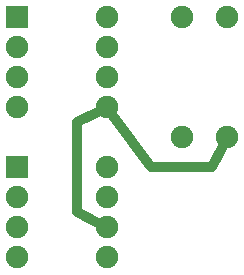
<source format=gbl>
G04 MADE WITH FRITZING*
G04 WWW.FRITZING.ORG*
G04 DOUBLE SIDED*
G04 HOLES PLATED*
G04 CONTOUR ON CENTER OF CONTOUR VECTOR*
%ASAXBY*%
%FSLAX23Y23*%
%MOIN*%
%OFA0B0*%
%SFA1.0B1.0*%
%ADD10C,0.075000*%
%ADD11R,0.075000X0.075000*%
%ADD12C,0.032000*%
%LNCOPPER0*%
G90*
G70*
G54D10*
X184Y470D03*
X484Y470D03*
X184Y370D03*
X484Y370D03*
X184Y270D03*
X484Y270D03*
X184Y170D03*
X484Y170D03*
X184Y970D03*
X484Y970D03*
X184Y870D03*
X484Y870D03*
X184Y770D03*
X484Y770D03*
X184Y670D03*
X484Y670D03*
X734Y970D03*
X734Y570D03*
X884Y970D03*
X884Y570D03*
G54D11*
X184Y470D03*
X184Y970D03*
G54D12*
X833Y469D02*
X869Y539D01*
D02*
X632Y469D02*
X833Y469D01*
D02*
X504Y642D02*
X632Y469D01*
D02*
X384Y619D02*
X454Y654D01*
D02*
X384Y320D02*
X384Y619D01*
D02*
X454Y285D02*
X384Y320D01*
G04 End of Copper0*
M02*
</source>
